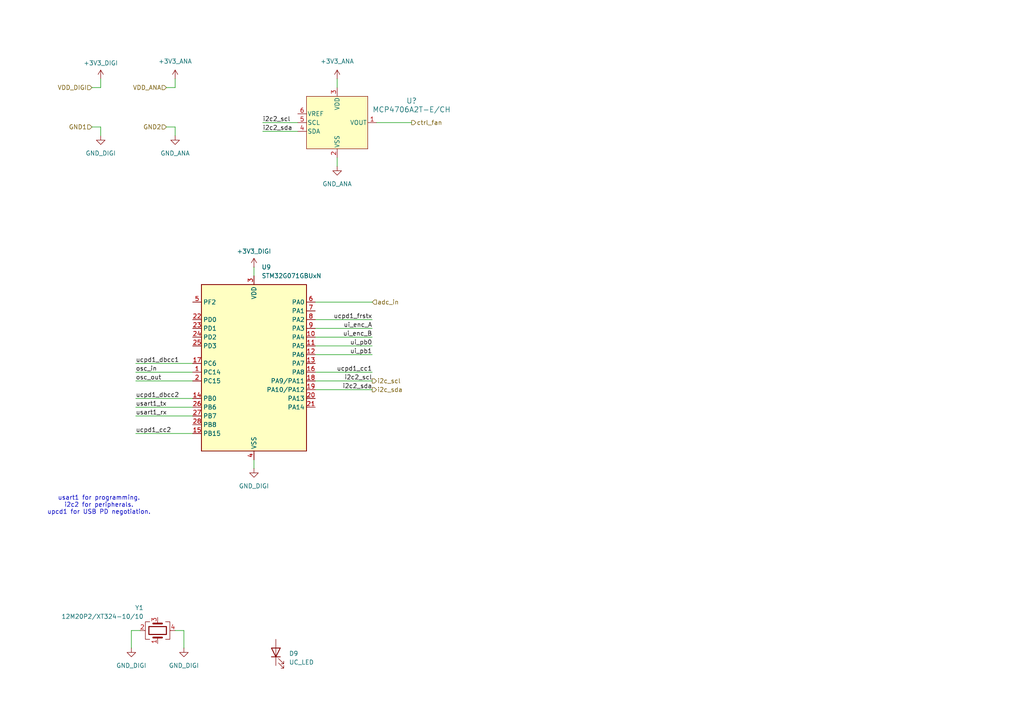
<source format=kicad_sch>
(kicad_sch (version 20231120) (generator "eeschema") (generator_version "8.0")
  (paper "A4")
  (lib_symbols
    (symbol "Device:Crystal_GND24" (pin_names (offset 1.016) hide)
      (property "Reference" "Y" (at 3.175 5.08 0))
      (property "Value" "Crystal_GND24" (at 3.175 3.175 0))
      (symbol "Crystal_GND24_0_1"
        (rectangle (start -1.143 2.54) (end 1.143 -2.54) (stroke (width 0.3048)))
        (polyline (pts (xy -2.54 0) (xy -2.032 0)))
        (polyline (pts (xy -2.032 -1.27) (xy -2.032 1.27)) (stroke (width 0.508)))
        (polyline (pts (xy 0 -3.81) (xy 0 -3.556)))
        (polyline (pts (xy 0 3.556) (xy 0 3.81)))
        (polyline (pts (xy 2.032 -1.27) (xy 2.032 1.27)) (stroke (width 0.508)))
        (polyline (pts (xy 2.032 0) (xy 2.54 0)))
        (polyline (pts (xy -2.54 -2.286) (xy -2.54 -3.556) (xy 2.54 -3.556) (xy 2.54 -2.286)))
        (polyline (pts (xy -2.54 2.286) (xy -2.54 3.556) (xy 2.54 3.556) (xy 2.54 2.286)))
      )
      (symbol "Crystal_GND24_1_1"
        (pin passive line (at -3.81 0 0) (length 1.27) (name "1") (number "1"))
        (pin passive line (at 0 5.08 270) (length 1.27) (name "2") (number "2"))
        (pin passive line (at 3.81 0 180) (length 1.27) (name "3") (number "3"))
        (pin passive line (at 0 -5.08 90) (length 1.27) (name "4") (number "4"))
      )
    )
    (symbol "Device:LED" (pin_numbers hide) (pin_names (offset 1.016) hide)
      (property "Reference" "D" (at 0 2.54 0))
      (property "Value" "LED" (at 0 -2.54 0))
      (symbol "LED_0_1"
        (polyline (pts (xy -1.27 -1.27) (xy -1.27 1.27)) (stroke (width 0.254)))
        (polyline (pts (xy -1.27 0) (xy 1.27 0)))
        (polyline (pts (xy 1.27 -1.27) (xy 1.27 1.27) (xy -1.27 0) (xy 1.27 -1.27)) (stroke (width 0.254)))
        (polyline (pts (xy -3.048 -0.762) (xy -4.572 -2.286) (xy -3.81 -2.286) (xy -4.572 -2.286) (xy -4.572 -1.524)))
        (polyline (pts (xy -1.778 -0.762) (xy -3.302 -2.286) (xy -2.54 -2.286) (xy -3.302 -2.286) (xy -3.302 -1.524)))
      )
      (symbol "LED_1_1"
        (pin passive line (at -3.81 0 0) (length 2.54) (name "K") (number "1"))
        (pin passive line (at 3.81 0 180) (length 2.54) (name "A") (number "2"))
      )
    )
    (symbol "MCU_ST_STM32G0:STM32G071GBUxN"
      (property "Reference" "U" (at -15.24 26.67 0))
      (property "Value" "STM32G071GBUxN" (at 2.54 26.67 0))
      (symbol "STM32G071GBUxN_0_1"
        (rectangle (start -15.24 -22.86) (end 15.24 25.4) (stroke (width 0.254)) (fill (type background)))
      )
      (symbol "STM32G071GBUxN_1_1"
        (pin bidirectional line (at -17.78 0 0) (length 2.54) (name "PC14") (number "1"))
        (pin bidirectional line (at 17.78 10.16 180) (length 2.54) (name "PA4") (number "10"))
        (pin bidirectional line (at 17.78 7.62 180) (length 2.54) (name "PA5") (number "11"))
        (pin bidirectional line (at 17.78 5.08 180) (length 2.54) (name "PA6") (number "12"))
        (pin bidirectional line (at 17.78 2.54 180) (length 2.54) (name "PA7") (number "13"))
        (pin bidirectional line (at -17.78 -7.62 0) (length 2.54) (name "PB0") (number "14"))
        (pin bidirectional line (at -17.78 -17.78 0) (length 2.54) (name "PB15") (number "15"))
        (pin bidirectional line (at 17.78 0 180) (length 2.54) (name "PA8") (number "16"))
        (pin bidirectional line (at -17.78 2.54 0) (length 2.54) (name "PC6") (number "17"))
        (pin bidirectional line (at 17.78 -2.54 180) (length 2.54) (name "PA9/PA11") (number "18"))
        (pin bidirectional line (at 17.78 -5.08 180) (length 2.54) (name "PA10/PA12") (number "19"))
        (pin bidirectional line (at -17.78 -2.54 0) (length 2.54) (name "PC15") (number "2"))
        (pin bidirectional line (at 17.78 -7.62 180) (length 2.54) (name "PA13") (number "20"))
        (pin bidirectional line (at 17.78 -10.16 180) (length 2.54) (name "PA14") (number "21"))
        (pin bidirectional line (at -17.78 15.24 0) (length 2.54) (name "PD0") (number "22"))
        (pin bidirectional line (at -17.78 12.7 0) (length 2.54) (name "PD1") (number "23"))
        (pin bidirectional line (at -17.78 10.16 0) (length 2.54) (name "PD2") (number "24"))
        (pin bidirectional line (at -17.78 7.62 0) (length 2.54) (name "PD3") (number "25"))
        (pin bidirectional line (at -17.78 -10.16 0) (length 2.54) (name "PB6") (number "26"))
        (pin bidirectional line (at -17.78 -12.7 0) (length 2.54) (name "PB7") (number "27"))
        (pin bidirectional line (at -17.78 -15.24 0) (length 2.54) (name "PB8") (number "28"))
        (pin power_in line (at 0 27.94 270) (length 2.54) (name "VDD") (number "3"))
        (pin power_in line (at 0 -25.4 90) (length 2.54) (name "VSS") (number "4"))
        (pin bidirectional line (at -17.78 20.32 0) (length 2.54) (name "PF2") (number "5"))
        (pin bidirectional line (at 17.78 20.32 180) (length 2.54) (name "PA0") (number "6"))
        (pin bidirectional line (at 17.78 17.78 180) (length 2.54) (name "PA1") (number "7"))
        (pin bidirectional line (at 17.78 15.24 180) (length 2.54) (name "PA2") (number "8"))
        (pin bidirectional line (at 17.78 12.7 180) (length 2.54) (name "PA3") (number "9"))
      )
    )
    (symbol "power:+3V3" (power) (pin_numbers hide) (pin_names (offset 0) hide)
      (property "Value" "+3V3" (at 0 3.556 0))
      (symbol "+3V3_0_1"
        (polyline (pts (xy -0.762 1.27) (xy 0 2.54)))
        (polyline (pts (xy 0 0) (xy 0 2.54)))
        (polyline (pts (xy 0 2.54) (xy 0.762 1.27)))
      )
      (symbol "+3V3_1_1"
        (pin power_in line (at 0 0 90) (length 0) (name "~") (number "1"))
      )
    )
    (symbol "power:GND" (power) (pin_numbers hide) (pin_names (offset 0) hide)
      (property "Value" "GND" (at 0 -3.81 0))
      (symbol "GND_0_1"
        (polyline (pts (xy 0 0) (xy 0 -1.27) (xy 1.27 -1.27) (xy 0 -2.54) (xy -1.27 -1.27) (xy 0 -1.27)))
      )
      (symbol "GND_1_1"
        (pin power_in line (at 0 0 270) (length 0) (name "~") (number "1"))
      )
    )
    (symbol "proj_symbols:MCP4706A2T-E_CH" (pin_names (offset 0.254))
      (property "Reference" "U?" (at 2.54 12.192 0))
      (property "Value" "MCP4706A2T-E/CH" (at 2.54 9.398 0))
      (symbol "MCP4706A2T-E_CH_0_1"
        (pin output line (at 11.43 0 180) (length 2.54) (name "VOUT") (number "1"))
        (pin power_in line (at 0 -10.16 90) (length 2.54) (name "VSS") (number "2"))
        (pin power_in line (at 0 10.16 270) (length 2.54) (name "VDD") (number "3"))
      )
      (symbol "MCP4706A2T-E_CH_1_1"
        (rectangle (start -8.89 7.62) (end 8.89 -7.62) (fill (type background)))
        (pin bidirectional line (at -11.43 -2.54 0) (length 2.54) (name "SDA") (number "4"))
        (pin input line (at -11.43 0 0) (length 2.54) (name "SCL") (number "5"))
        (pin input line (at -11.43 2.54 0) (length 2.54) (name "VREF") (number "6"))
      )
    )
  )
  (wire (pts (xy 39.37 107.95) (xy 55.88 107.95)))
  (wire (pts (xy 50.8 36.83) (xy 50.8 39.37)))
  (wire (pts (xy 91.44 113.03) (xy 107.95 113.03)))
  (wire (pts (xy 38.1 182.88) (xy 38.1 187.96)))
  (wire (pts (xy 91.44 97.79) (xy 107.95 97.79)))
  (wire (pts (xy 48.26 36.83) (xy 50.8 36.83)))
  (wire (pts (xy 91.44 107.95) (xy 107.95 107.95)))
  (wire (pts (xy 91.44 87.63) (xy 107.95 87.63)))
  (wire (pts (xy 91.44 110.49) (xy 107.95 110.49)))
  (wire (pts (xy 73.66 133.35) (xy 73.66 135.89)))
  (wire (pts (xy 91.44 100.33) (xy 107.95 100.33)))
  (wire (pts (xy 26.67 25.4) (xy 29.21 25.4)))
  (wire (pts (xy 39.37 110.49) (xy 55.88 110.49)))
  (wire (pts (xy 91.44 102.87) (xy 107.95 102.87)))
  (wire (pts (xy 73.66 77.47) (xy 73.66 80.01)))
  (wire (pts (xy 50.8 182.88) (xy 53.34 182.88)))
  (wire (pts (xy 109.22 35.56) (xy 119.38 35.56)))
  (wire (pts (xy 29.21 22.86) (xy 29.21 25.4)))
  (wire (pts (xy 91.44 95.25) (xy 107.95 95.25)))
  (wire (pts (xy 50.8 22.86) (xy 50.8 25.4)))
  (wire (pts (xy 39.37 115.57) (xy 55.88 115.57)))
  (wire (pts (xy 29.21 36.83) (xy 29.21 39.37)))
  (wire (pts (xy 39.37 105.41) (xy 55.88 105.41)))
  (wire (pts (xy 97.79 45.72) (xy 97.79 48.26)))
  (wire (pts (xy 48.26 25.4) (xy 50.8 25.4)))
  (wire (pts (xy 97.79 22.86) (xy 97.79 25.4)))
  (wire (pts (xy 39.37 125.73) (xy 55.88 125.73)))
  (wire (pts (xy 39.37 118.11) (xy 55.88 118.11)))
  (wire (pts (xy 40.64 182.88) (xy 38.1 182.88)))
  (wire (pts (xy 86.36 35.56) (xy 76.2 35.56)))
  (wire (pts (xy 53.34 182.88) (xy 53.34 187.96)))
  (wire (pts (xy 26.67 36.83) (xy 29.21 36.83)))
  (wire (pts (xy 39.37 120.65) (xy 55.88 120.65)))
  (wire (pts (xy 86.36 38.1) (xy 76.2 38.1)))
  (wire (pts (xy 91.44 92.71) (xy 107.95 92.71)))
  (text "usart1 for programming.\ni2c2 for peripherals.\nupcd1 for USB PD negotiation." (at 28.702 146.558 0) (effects (font (size 1.27 1.27))))
  (label "usart1_rx" (at 39.37 120.65 0))
  (label "ucpd1_frstx" (at 107.95 92.71 180))
  (label "i2c2_sda" (at 76.2 38.1 0))
  (label "osc_in" (at 39.37 107.95 0))
  (label "ucpd1_dbcc1" (at 39.37 105.41 0))
  (label "ucpd1_cc1" (at 107.95 107.95 180))
  (label "usart1_tx" (at 39.37 118.11 0))
  (label "osc_out" (at 39.37 110.49 0))
  (label "ui_enc_B" (at 107.95 97.79 180))
  (label "ui_enc_A" (at 107.95 95.25 180))
  (label "ui_pb1" (at 107.95 102.87 180))
  (label "i2c2_sda" (at 107.95 113.03 180))
  (label "ucpd1_dbcc2" (at 39.37 115.57 0))
  (label "i2c2_scl" (at 76.2 35.56 0))
  (label "ucpd1_cc2" (at 39.37 125.73 0))
  (label "ui_pb0" (at 107.95 100.33 180))
  (label "i2c2_scl" (at 107.95 110.49 180))
  (hierarchical_label "GND2" (shape input) (at 48.26 36.83 180))
  (hierarchical_label "i2c_scl" (shape output) (at 107.95 110.49 0))
  (hierarchical_label "i2c_sda" (shape output) (at 107.95 113.03 0))
  (hierarchical_label "VDD_DIGI" (shape input) (at 26.67 25.4 180))
  (hierarchical_label "GND1" (shape input) (at 26.67 36.83 180))
  (hierarchical_label "adc_in" (shape input) (at 107.95 87.63 0))
  (hierarchical_label "VDD_ANA" (shape input) (at 48.26 25.4 180))
  (hierarchical_label "ctrl_fan" (shape output) (at 119.38 35.56 0))
  (symbol (lib_id "power:GND") (at 38.1 187.96 0) (unit 1)
    (property "Reference" "#PWR019" (effects (hide yes)))
    (property "Value" "GND_DIGI" (at 38.1 193.04 0))
    (property "Description" "Power symbol creates a global label with name \"GND\" , ground" (effects (hide yes)))
  )
  (symbol (lib_id "power:+3V3") (at 50.8 22.86 0) (unit 1)
    (property "Reference" "#PWR010" (effects (hide yes)))
    (property "Value" "+3V3_ANA" (at 50.8 17.78 0))
    (property "Description" "Power symbol creates a global label with name \"+3V3\"" (effects (hide yes)))
  )
  (symbol (lib_id "MCU_ST_STM32G0:STM32G071GBUxN") (at 73.66 107.95 0) (unit 1)
    (property "Reference" "U9" (at 75.8541 77.47 0) (effects (justify left)))
    (property "Value" "STM32G071GBUxN" (at 75.8541 80.01 0) (effects (justify left)))
    (property "Footprint" "Package_DFN_QFN:QFN-28_4x4mm_P0.5mm" (effects (hide yes)))
    (property "Datasheet" "https://www.st.com/resource/en/datasheet/stm32g071gb.pdf" (effects (hide yes)))
    (property "Description" "STMicroelectronics Arm Cortex-M0+ MCU, 128KB flash, 36KB RAM, 64 MHz, 1.7-3.6V, 26 GPIO, UFQFPN28" (effects (hide yes)))
  )
  (symbol (lib_id "Device:Crystal_GND24") (at 45.72 182.88 90) (unit 1)
    (property "Reference" "Y1" (at 41.656 176.276 90) (effects (justify left)))
    (property "Value" "12M20P2/XT324-10/10" (at 41.656 178.816 90) (effects (justify left)))
    (property "Description" "Four pin crystal, GND on pins 2 and 4" (effects (hide yes)))
  )
  (symbol (lib_id "power:GND") (at 53.34 187.96 0) (mirror y) (unit 1)
    (property "Reference" "#PWR020" (effects (hide yes)))
    (property "Value" "GND_DIGI" (at 53.34 193.04 0))
    (property "Description" "Power symbol creates a global label with name \"GND\" , ground" (effects (hide yes)))
  )
  (symbol (lib_id "power:GND") (at 97.79 48.26 0) (unit 1)
    (property "Reference" "#PWR07" (effects (hide yes)))
    (property "Value" "GND_ANA" (at 97.79 53.34 0))
    (property "Description" "Power symbol creates a global label with name \"GND\" , ground" (effects (hide yes)))
  )
  (symbol (lib_id "power:GND") (at 73.66 135.89 0) (unit 1)
    (property "Reference" "#PWR018" (effects (hide yes)))
    (property "Value" "GND_DIGI" (at 73.66 140.97 0))
    (property "Description" "Power symbol creates a global label with name \"GND\" , ground" (effects (hide yes)))
  )
  (symbol (lib_id "power:+3V3") (at 97.79 22.86 0) (unit 1)
    (property "Reference" "#PWR08" (effects (hide yes)))
    (property "Value" "+3V3_ANA" (at 97.79 17.78 0))
    (property "Description" "Power symbol creates a global label with name \"+3V3\"" (effects (hide yes)))
  )
  (symbol (lib_id "power:GND") (at 50.8 39.37 0) (unit 1)
    (property "Reference" "#PWR011" (effects (hide yes)))
    (property "Value" "GND_ANA" (at 50.8 44.45 0))
    (property "Description" "Power symbol creates a global label with name \"GND\" , ground" (effects (hide yes)))
  )
  (symbol (lib_id "Device:LED") (at 80.01 189.23 90) (unit 1)
    (property "Reference" "D9" (at 83.82 189.5474 90) (effects (justify right)))
    (property "Value" "UC_LED" (at 83.82 192.0874 90) (effects (justify right)))
    (property "Description" "Light emitting diode" (effects (hide yes)))
  )
  (symbol (lib_id "proj_symbols:MCP4706A2T-E_CH") (at 97.79 35.56 0) (unit 1)
    (property "Reference" "U?" (at 119.38 29.2414 0) (effects (font (size 1.524 1.524))))
    (property "Value" "MCP4706A2T-E/CH" (at 119.38 31.7814 0) (effects (font (size 1.524 1.524))))
    (property "Footprint" "SOT-23-6_MC_MCH" (effects (hide yes)))
    (property "Datasheet" "MCP4706A2T-E/CH" (effects (hide yes)))
  )
  (symbol (lib_id "power:GND") (at 29.21 39.37 0) (unit 1)
    (property "Reference" "#PWR015" (effects (hide yes)))
    (property "Value" "GND_DIGI" (at 29.21 44.45 0))
    (property "Description" "Power symbol creates a global label with name \"GND\" , ground" (effects (hide yes)))
  )
  (symbol (lib_id "power:+3V3") (at 29.21 22.86 0) (unit 1)
    (property "Reference" "#PWR09" (effects (hide yes)))
    (property "Value" "+3V3_DIGI" (at 29.21 18.288 0))
    (property "Description" "Power symbol creates a global label with name \"+3V3\"" (effects (hide yes)))
  )
  (symbol (lib_id "power:+3V3") (at 73.66 77.47 0) (unit 1)
    (property "Reference" "#PWR017" (effects (hide yes)))
    (property "Value" "+3V3_DIGI" (at 73.66 72.898 0))
    (property "Description" "Power symbol creates a global label with name \"+3V3\"" (effects (hide yes)))
  )
)
</source>
